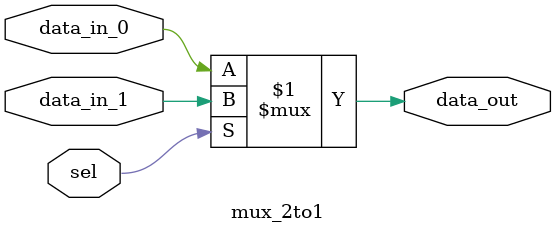
<source format=v>
module mux_2to1 #(
    parameter WIDTH = 1
)(
    input   [WIDTH-1:0] data_in_0,
    input   [WIDTH-1:0] data_in_1,
    input               sel,
    output  [WIDTH-1:0] data_out
);
    assign data_out = (sel) ? data_in_1 : data_in_0;

endmodule
</source>
